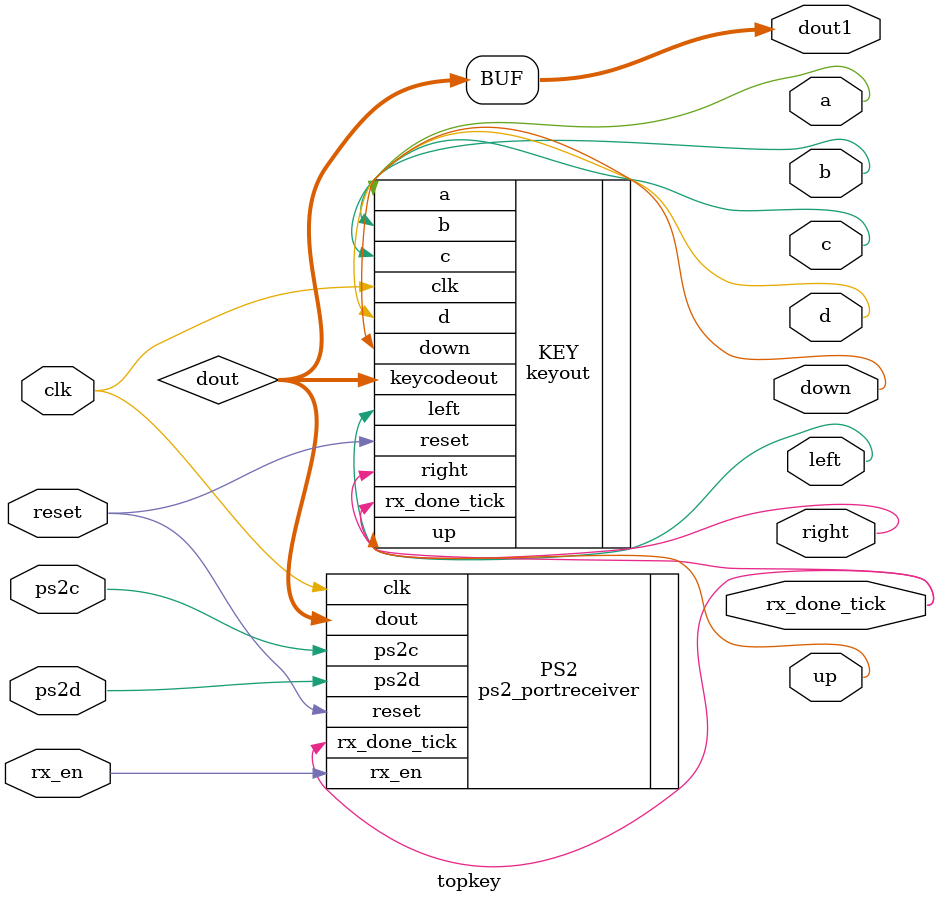
<source format=v>
`timescale 1ns / 1ps
module topkey(
  input clk,reset,
  input ps2d,ps2c, rx_en,
  output wire [7:0] dout1,
  output wire rx_done_tick,
  output  a,b,c,d,up,down,left,right
  );

    wire [7:0] dout;
	  assign dout1=dout;
//	 wire rx_done_tick;



     ps2_portreceiver  PS2(
     .clk(clk),.reset(reset),
     .ps2d(ps2d),.ps2c(ps2c), .rx_en(rx_en),
     .rx_done_tick(rx_done_tick),
     .dout(dout)
      );

     keyout  KEY(
        .clk(clk),.reset(reset),.rx_done_tick(rx_done_tick),
        .keycodeout(dout),
        .a(a),.b(b),.c(c),.d(d),.up(up),.down(down),.left(left),.right(right)
        );



endmodule

</source>
